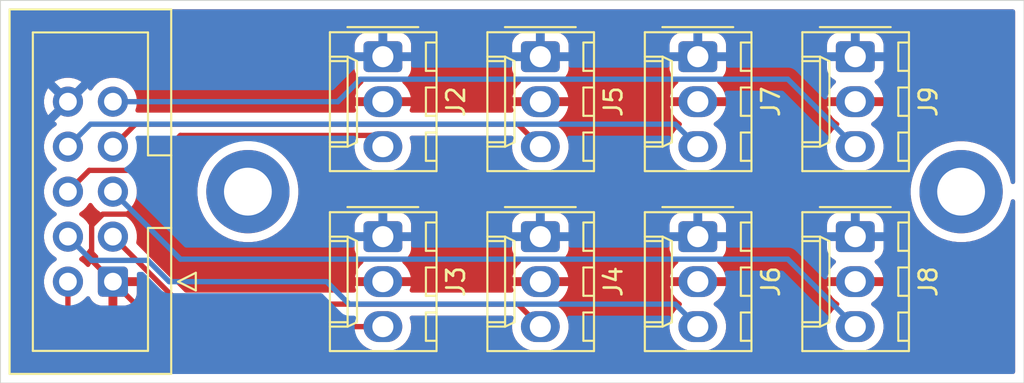
<source format=kicad_pcb>
(kicad_pcb (version 20241229) (generator "pcbnew") (generator_version "9.0")
  (layers (0 "F.Cu" signal) (2 "B.Cu" signal) (13 "F.Paste" user) (15 "B.Paste" user) (5 "F.SilkS" user "F.Silkscreen") (7 "B.SilkS" user "B.Silkscreen") (1 "F.Mask" user) (3 "B.Mask" user) (25 "Edge.Cuts" user))
  (net 0 "")
  (net 3 "/PIN_8")
  (net 4 "/PIN_2")
  (net 5 "/PIN_4")
  (net 6 "/PIN_6")
  (net 7 "/PIN_3")
  (net 8 "/PIN_7")
  (net 9 "/PIN_5")
  (net 10 "/POWER")
  (net 11 "/GND")
  (net 12 "/PIN_1")
  (footprint "MountingHole:MountingHole_2.7mm_M2.5_DIN965_Pad" (layer "F.Cu") (at 102.235 88.9)
    (property "Reference" "H3" (hide yes))
    (property "Value" "MountingHole_Pad" (hide yes))
    (pad "1" thru_hole circle (at 0 0) (size 4.7 4.7) (drill 2.7) (layers "*.Cu" "*.Mask"))
  )
  (footprint "Connector_Molex:Molex_KK-254_AE-6410-03A_1x03_P2.54mm_Vertical" (layer "F.Cu") (at 109.855 91.44 -90)
    (property "Reference" "J3" (at 2.54 -4.12 270) (layer "F.SilkS"))
    (property "Value" "1")
    (fp_line (start -1.38 2.99) (end 6.46 2.99) (stroke (width 0.12)) (layer "F.SilkS"))
    (fp_line (start 0 2.99) (end 0 1.99) (stroke (width 0.12)) (layer "F.SilkS"))
    (fp_line (start 0.25 2.99) (end 0.25 1.99) (stroke (width 0.12)) (layer "F.SilkS"))
    (fp_line (start 4.83 2.99) (end 4.83 1.99) (stroke (width 0.12)) (layer "F.SilkS"))
    (fp_line (start 6.46 2.99) (end 6.46 -3.03) (stroke (width 0.12)) (layer "F.SilkS"))
    (fp_line (start 0 1.99) (end 5.08 1.99) (stroke (width 0.12)) (layer "F.SilkS"))
    (fp_line (start 0 1.99) (end 0.25 1.46) (stroke (width 0.12)) (layer "F.SilkS"))
    (fp_line (start 5.08 1.99) (end 5.08 2.99) (stroke (width 0.12)) (layer "F.SilkS"))
    (fp_line (start 0.25 1.46) (end 4.83 1.46) (stroke (width 0.12)) (layer "F.SilkS"))
    (fp_line (start 4.83 1.46) (end 5.08 1.99) (stroke (width 0.12)) (layer "F.SilkS"))
    (fp_line (start -1.67 -2) (end -1.67 2) (stroke (width 0.12)) (layer "F.SilkS"))
    (fp_line (start -0.8 -2.43) (end 0.8 -2.43) (stroke (width 0.12)) (layer "F.SilkS"))
    (fp_line (start 0.8 -2.43) (end 0.8 -3.03) (stroke (width 0.12)) (layer "F.SilkS"))
    (fp_line (start 1.74 -2.43) (end 3.34 -2.43) (stroke (width 0.12)) (layer "F.SilkS"))
    (fp_line (start 3.34 -2.43) (end 3.34 -3.03) (stroke (width 0.12)) (layer "F.SilkS"))
    (fp_line (start 4.28 -2.43) (end 5.88 -2.43) (stroke (width 0.12)) (layer "F.SilkS"))
    (fp_line (start 5.88 -2.43) (end 5.88 -3.03) (stroke (width 0.12)) (layer "F.SilkS"))
    (fp_line (start -1.38 -3.03) (end -1.38 2.99) (stroke (width 0.12)) (layer "F.SilkS"))
    (fp_line (start -0.8 -3.03) (end -0.8 -2.43) (stroke (width 0.12)) (layer "F.SilkS"))
    (fp_line (start 1.74 -3.03) (end 1.74 -2.43) (stroke (width 0.12)) (layer "F.SilkS"))
    (fp_line (start 4.28 -3.03) (end 4.28 -2.43) (stroke (width 0.12)) (layer "F.SilkS"))
    (fp_line (start 6.46 -3.03) (end -1.38 -3.03) (stroke (width 0.12)) (layer "F.SilkS"))
    (pad "1" thru_hole roundrect (at 0 0 270) (size 1.74 2.19) (drill 1.19) (layers "*.Cu" "*.Mask") (roundrect_rratio 0.143678) (net 10 "/POWER"))
    (pad "2" thru_hole oval (at 2.54 0 270) (size 1.74 2.19) (drill 1.19) (layers "*.Cu" "*.Mask") (net 11 "/GND"))
    (pad "3" thru_hole oval (at 5.08 0 270) (size 1.74 2.19) (drill 1.19) (layers "*.Cu" "*.Mask") (net 12 "/PIN_1"))
  )
  (footprint "Connector_Molex:Molex_KK-254_AE-6410-03A_1x03_P2.54mm_Vertical" (layer "F.Cu") (at 118.745 91.44 -90)
    (property "Reference" "J4" (at 2.54 -4.12 270) (layer "F.SilkS"))
    (property "Value" "2")
    (fp_line (start -1.38 2.99) (end 6.46 2.99) (stroke (width 0.12)) (layer "F.SilkS"))
    (fp_line (start 0 2.99) (end 0 1.99) (stroke (width 0.12)) (layer "F.SilkS"))
    (fp_line (start 0.25 2.99) (end 0.25 1.99) (stroke (width 0.12)) (layer "F.SilkS"))
    (fp_line (start 4.83 2.99) (end 4.83 1.99) (stroke (width 0.12)) (layer "F.SilkS"))
    (fp_line (start 6.46 2.99) (end 6.46 -3.03) (stroke (width 0.12)) (layer "F.SilkS"))
    (fp_line (start 0 1.99) (end 5.08 1.99) (stroke (width 0.12)) (layer "F.SilkS"))
    (fp_line (start 0 1.99) (end 0.25 1.46) (stroke (width 0.12)) (layer "F.SilkS"))
    (fp_line (start 5.08 1.99) (end 5.08 2.99) (stroke (width 0.12)) (layer "F.SilkS"))
    (fp_line (start 0.25 1.46) (end 4.83 1.46) (stroke (width 0.12)) (layer "F.SilkS"))
    (fp_line (start 4.83 1.46) (end 5.08 1.99) (stroke (width 0.12)) (layer "F.SilkS"))
    (fp_line (start -1.67 -2) (end -1.67 2) (stroke (width 0.12)) (layer "F.SilkS"))
    (fp_line (start -0.8 -2.43) (end 0.8 -2.43) (stroke (width 0.12)) (layer "F.SilkS"))
    (fp_line (start 0.8 -2.43) (end 0.8 -3.03) (stroke (width 0.12)) (layer "F.SilkS"))
    (fp_line (start 1.74 -2.43) (end 3.34 -2.43) (stroke (width 0.12)) (layer "F.SilkS"))
    (fp_line (start 3.34 -2.43) (end 3.34 -3.03) (stroke (width 0.12)) (layer "F.SilkS"))
    (fp_line (start 4.28 -2.43) (end 5.88 -2.43) (stroke (width 0.12)) (layer "F.SilkS"))
    (fp_line (start 5.88 -2.43) (end 5.88 -3.03) (stroke (width 0.12)) (layer "F.SilkS"))
    (fp_line (start -1.38 -3.03) (end -1.38 2.99) (stroke (width 0.12)) (layer "F.SilkS"))
    (fp_line (start -0.8 -3.03) (end -0.8 -2.43) (stroke (width 0.12)) (layer "F.SilkS"))
    (fp_line (start 1.74 -3.03) (end 1.74 -2.43) (stroke (width 0.12)) (layer "F.SilkS"))
    (fp_line (start 4.28 -3.03) (end 4.28 -2.43) (stroke (width 0.12)) (layer "F.SilkS"))
    (fp_line (start 6.46 -3.03) (end -1.38 -3.03) (stroke (width 0.12)) (layer "F.SilkS"))
    (pad "1" thru_hole roundrect (at 0 0 270) (size 1.74 2.19) (drill 1.19) (layers "*.Cu" "*.Mask") (roundrect_rratio 0.143678) (net 10 "/POWER"))
    (pad "2" thru_hole oval (at 2.54 0 270) (size 1.74 2.19) (drill 1.19) (layers "*.Cu" "*.Mask") (net 11 "/GND"))
    (pad "3" thru_hole oval (at 5.08 0 270) (size 1.74 2.19) (drill 1.19) (layers "*.Cu" "*.Mask") (net 4 "/PIN_2"))
  )
  (footprint "Connector_Molex:Molex_KK-254_AE-6410-03A_1x03_P2.54mm_Vertical" (layer "F.Cu") (at 136.525 81.28 -90)
    (property "Reference" "J9" (at 2.54 -4.12 270) (layer "F.SilkS"))
    (property "Value" "8")
    (fp_line (start -1.38 2.99) (end 6.46 2.99) (stroke (width 0.12)) (layer "F.SilkS"))
    (fp_line (start 0 2.99) (end 0 1.99) (stroke (width 0.12)) (layer "F.SilkS"))
    (fp_line (start 0.25 2.99) (end 0.25 1.99) (stroke (width 0.12)) (layer "F.SilkS"))
    (fp_line (start 4.83 2.99) (end 4.83 1.99) (stroke (width 0.12)) (layer "F.SilkS"))
    (fp_line (start 6.46 2.99) (end 6.46 -3.03) (stroke (width 0.12)) (layer "F.SilkS"))
    (fp_line (start 0 1.99) (end 5.08 1.99) (stroke (width 0.12)) (layer "F.SilkS"))
    (fp_line (start 0 1.99) (end 0.25 1.46) (stroke (width 0.12)) (layer "F.SilkS"))
    (fp_line (start 5.08 1.99) (end 5.08 2.99) (stroke (width 0.12)) (layer "F.SilkS"))
    (fp_line (start 0.25 1.46) (end 4.83 1.46) (stroke (width 0.12)) (layer "F.SilkS"))
    (fp_line (start 4.83 1.46) (end 5.08 1.99) (stroke (width 0.12)) (layer "F.SilkS"))
    (fp_line (start -1.67 -2) (end -1.67 2) (stroke (width 0.12)) (layer "F.SilkS"))
    (fp_line (start -0.8 -2.43) (end 0.8 -2.43) (stroke (width 0.12)) (layer "F.SilkS"))
    (fp_line (start 0.8 -2.43) (end 0.8 -3.03) (stroke (width 0.12)) (layer "F.SilkS"))
    (fp_line (start 1.74 -2.43) (end 3.34 -2.43) (stroke (width 0.12)) (layer "F.SilkS"))
    (fp_line (start 3.34 -2.43) (end 3.34 -3.03) (stroke (width 0.12)) (layer "F.SilkS"))
    (fp_line (start 4.28 -2.43) (end 5.88 -2.43) (stroke (width 0.12)) (layer "F.SilkS"))
    (fp_line (start 5.88 -2.43) (end 5.88 -3.03) (stroke (width 0.12)) (layer "F.SilkS"))
    (fp_line (start -1.38 -3.03) (end -1.38 2.99) (stroke (width 0.12)) (layer "F.SilkS"))
    (fp_line (start -0.8 -3.03) (end -0.8 -2.43) (stroke (width 0.12)) (layer "F.SilkS"))
    (fp_line (start 1.74 -3.03) (end 1.74 -2.43) (stroke (width 0.12)) (layer "F.SilkS"))
    (fp_line (start 4.28 -3.03) (end 4.28 -2.43) (stroke (width 0.12)) (layer "F.SilkS"))
    (fp_line (start 6.46 -3.03) (end -1.38 -3.03) (stroke (width 0.12)) (layer "F.SilkS"))
    (pad "1" thru_hole roundrect (at 0 0 270) (size 1.74 2.19) (drill 1.19) (layers "*.Cu" "*.Mask") (roundrect_rratio 0.143678) (net 10 "/POWER"))
    (pad "2" thru_hole oval (at 2.54 0 270) (size 1.74 2.19) (drill 1.19) (layers "*.Cu" "*.Mask") (net 11 "/GND"))
    (pad "3" thru_hole oval (at 5.08 0 270) (size 1.74 2.19) (drill 1.19) (layers "*.Cu" "*.Mask") (net 3 "/PIN_8"))
  )
  (footprint "Connector_Molex:Molex_KK-254_AE-6410-03A_1x03_P2.54mm_Vertical" (layer "F.Cu") (at 109.855 81.28 -90)
    (property "Reference" "J2" (at 2.54 -4.12 270) (layer "F.SilkS"))
    (property "Value" "5")
    (fp_line (start -1.38 2.99) (end 6.46 2.99) (stroke (width 0.12)) (layer "F.SilkS"))
    (fp_line (start 0 2.99) (end 0 1.99) (stroke (width 0.12)) (layer "F.SilkS"))
    (fp_line (start 0.25 2.99) (end 0.25 1.99) (stroke (width 0.12)) (layer "F.SilkS"))
    (fp_line (start 4.83 2.99) (end 4.83 1.99) (stroke (width 0.12)) (layer "F.SilkS"))
    (fp_line (start 6.46 2.99) (end 6.46 -3.03) (stroke (width 0.12)) (layer "F.SilkS"))
    (fp_line (start 0 1.99) (end 5.08 1.99) (stroke (width 0.12)) (layer "F.SilkS"))
    (fp_line (start 0 1.99) (end 0.25 1.46) (stroke (width 0.12)) (layer "F.SilkS"))
    (fp_line (start 5.08 1.99) (end 5.08 2.99) (stroke (width 0.12)) (layer "F.SilkS"))
    (fp_line (start 0.25 1.46) (end 4.83 1.46) (stroke (width 0.12)) (layer "F.SilkS"))
    (fp_line (start 4.83 1.46) (end 5.08 1.99) (stroke (width 0.12)) (layer "F.SilkS"))
    (fp_line (start -1.67 -2) (end -1.67 2) (stroke (width 0.12)) (layer "F.SilkS"))
    (fp_line (start -0.8 -2.43) (end 0.8 -2.43) (stroke (width 0.12)) (layer "F.SilkS"))
    (fp_line (start 0.8 -2.43) (end 0.8 -3.03) (stroke (width 0.12)) (layer "F.SilkS"))
    (fp_line (start 1.74 -2.43) (end 3.34 -2.43) (stroke (width 0.12)) (layer "F.SilkS"))
    (fp_line (start 3.34 -2.43) (end 3.34 -3.03) (stroke (width 0.12)) (layer "F.SilkS"))
    (fp_line (start 4.28 -2.43) (end 5.88 -2.43) (stroke (width 0.12)) (layer "F.SilkS"))
    (fp_line (start 5.88 -2.43) (end 5.88 -3.03) (stroke (width 0.12)) (layer "F.SilkS"))
    (fp_line (start -1.38 -3.03) (end -1.38 2.99) (stroke (width 0.12)) (layer "F.SilkS"))
    (fp_line (start -0.8 -3.03) (end -0.8 -2.43) (stroke (width 0.12)) (layer "F.SilkS"))
    (fp_line (start 1.74 -3.03) (end 1.74 -2.43) (stroke (width 0.12)) (layer "F.SilkS"))
    (fp_line (start 4.28 -3.03) (end 4.28 -2.43) (stroke (width 0.12)) (layer "F.SilkS"))
    (fp_line (start 6.46 -3.03) (end -1.38 -3.03) (stroke (width 0.12)) (layer "F.SilkS"))
    (pad "1" thru_hole roundrect (at 0 0 270) (size 1.74 2.19) (drill 1.19) (layers "*.Cu" "*.Mask") (roundrect_rratio 0.143678) (net 10 "/POWER"))
    (pad "2" thru_hole oval (at 2.54 0 270) (size 1.74 2.19) (drill 1.19) (layers "*.Cu" "*.Mask") (net 11 "/GND"))
    (pad "3" thru_hole oval (at 5.08 0 270) (size 1.74 2.19) (drill 1.19) (layers "*.Cu" "*.Mask") (net 9 "/PIN_5"))
  )
  (footprint "Connector_Molex:Molex_KK-254_AE-6410-03A_1x03_P2.54mm_Vertical" (layer "F.Cu") (at 127.635 81.28 -90)
    (property "Reference" "J7" (at 2.54 -4.12 270) (layer "F.SilkS"))
    (property "Value" "7")
    (fp_line (start -1.38 2.99) (end 6.46 2.99) (stroke (width 0.12)) (layer "F.SilkS"))
    (fp_line (start 0 2.99) (end 0 1.99) (stroke (width 0.12)) (layer "F.SilkS"))
    (fp_line (start 0.25 2.99) (end 0.25 1.99) (stroke (width 0.12)) (layer "F.SilkS"))
    (fp_line (start 4.83 2.99) (end 4.83 1.99) (stroke (width 0.12)) (layer "F.SilkS"))
    (fp_line (start 6.46 2.99) (end 6.46 -3.03) (stroke (width 0.12)) (layer "F.SilkS"))
    (fp_line (start 0 1.99) (end 5.08 1.99) (stroke (width 0.12)) (layer "F.SilkS"))
    (fp_line (start 0 1.99) (end 0.25 1.46) (stroke (width 0.12)) (layer "F.SilkS"))
    (fp_line (start 5.08 1.99) (end 5.08 2.99) (stroke (width 0.12)) (layer "F.SilkS"))
    (fp_line (start 0.25 1.46) (end 4.83 1.46) (stroke (width 0.12)) (layer "F.SilkS"))
    (fp_line (start 4.83 1.46) (end 5.08 1.99) (stroke (width 0.12)) (layer "F.SilkS"))
    (fp_line (start -1.67 -2) (end -1.67 2) (stroke (width 0.12)) (layer "F.SilkS"))
    (fp_line (start -0.8 -2.43) (end 0.8 -2.43) (stroke (width 0.12)) (layer "F.SilkS"))
    (fp_line (start 0.8 -2.43) (end 0.8 -3.03) (stroke (width 0.12)) (layer "F.SilkS"))
    (fp_line (start 1.74 -2.43) (end 3.34 -2.43) (stroke (width 0.12)) (layer "F.SilkS"))
    (fp_line (start 3.34 -2.43) (end 3.34 -3.03) (stroke (width 0.12)) (layer "F.SilkS"))
    (fp_line (start 4.28 -2.43) (end 5.88 -2.43) (stroke (width 0.12)) (layer "F.SilkS"))
    (fp_line (start 5.88 -2.43) (end 5.88 -3.03) (stroke (width 0.12)) (layer "F.SilkS"))
    (fp_line (start -1.38 -3.03) (end -1.38 2.99) (stroke (width 0.12)) (layer "F.SilkS"))
    (fp_line (start -0.8 -3.03) (end -0.8 -2.43) (stroke (width 0.12)) (layer "F.SilkS"))
    (fp_line (start 1.74 -3.03) (end 1.74 -2.43) (stroke (width 0.12)) (layer "F.SilkS"))
    (fp_line (start 4.28 -3.03) (end 4.28 -2.43) (stroke (width 0.12)) (layer "F.SilkS"))
    (fp_line (start 6.46 -3.03) (end -1.38 -3.03) (stroke (width 0.12)) (layer "F.SilkS"))
    (pad "1" thru_hole roundrect (at 0 0 270) (size 1.74 2.19) (drill 1.19) (layers "*.Cu" "*.Mask") (roundrect_rratio 0.143678) (net 10 "/POWER"))
    (pad "2" thru_hole oval (at 2.54 0 270) (size 1.74 2.19) (drill 1.19) (layers "*.Cu" "*.Mask") (net 11 "/GND"))
    (pad "3" thru_hole oval (at 5.08 0 270) (size 1.74 2.19) (drill 1.19) (layers "*.Cu" "*.Mask") (net 8 "/PIN_7"))
  )
  (footprint "Connector_Molex:Molex_KK-254_AE-6410-03A_1x03_P2.54mm_Vertical" (layer "F.Cu") (at 118.745 81.28 -90)
    (property "Reference" "J5" (at 2.54 -4.12 270) (layer "F.SilkS"))
    (property "Value" "6")
    (fp_line (start -1.38 2.99) (end 6.46 2.99) (stroke (width 0.12)) (layer "F.SilkS"))
    (fp_line (start 0 2.99) (end 0 1.99) (stroke (width 0.12)) (layer "F.SilkS"))
    (fp_line (start 0.25 2.99) (end 0.25 1.99) (stroke (width 0.12)) (layer "F.SilkS"))
    (fp_line (start 4.83 2.99) (end 4.83 1.99) (stroke (width 0.12)) (layer "F.SilkS"))
    (fp_line (start 6.46 2.99) (end 6.46 -3.03) (stroke (width 0.12)) (layer "F.SilkS"))
    (fp_line (start 0 1.99) (end 5.08 1.99) (stroke (width 0.12)) (layer "F.SilkS"))
    (fp_line (start 0 1.99) (end 0.25 1.46) (stroke (width 0.12)) (layer "F.SilkS"))
    (fp_line (start 5.08 1.99) (end 5.08 2.99) (stroke (width 0.12)) (layer "F.SilkS"))
    (fp_line (start 0.25 1.46) (end 4.83 1.46) (stroke (width 0.12)) (layer "F.SilkS"))
    (fp_line (start 4.83 1.46) (end 5.08 1.99) (stroke (width 0.12)) (layer "F.SilkS"))
    (fp_line (start -1.67 -2) (end -1.67 2) (stroke (width 0.12)) (layer "F.SilkS"))
    (fp_line (start -0.8 -2.43) (end 0.8 -2.43) (stroke (width 0.12)) (layer "F.SilkS"))
    (fp_line (start 0.8 -2.43) (end 0.8 -3.03) (stroke (width 0.12)) (layer "F.SilkS"))
    (fp_line (start 1.74 -2.43) (end 3.34 -2.43) (stroke (width 0.12)) (layer "F.SilkS"))
    (fp_line (start 3.34 -2.43) (end 3.34 -3.03) (stroke (width 0.12)) (layer "F.SilkS"))
    (fp_line (start 4.28 -2.43) (end 5.88 -2.43) (stroke (width 0.12)) (layer "F.SilkS"))
    (fp_line (start 5.88 -2.43) (end 5.88 -3.03) (stroke (width 0.12)) (layer "F.SilkS"))
    (fp_line (start -1.38 -3.03) (end -1.38 2.99) (stroke (width 0.12)) (layer "F.SilkS"))
    (fp_line (start -0.8 -3.03) (end -0.8 -2.43) (stroke (width 0.12)) (layer "F.SilkS"))
    (fp_line (start 1.74 -3.03) (end 1.74 -2.43) (stroke (width 0.12)) (layer "F.SilkS"))
    (fp_line (start 4.28 -3.03) (end 4.28 -2.43) (stroke (width 0.12)) (layer "F.SilkS"))
    (fp_line (start 6.46 -3.03) (end -1.38 -3.03) (stroke (width 0.12)) (layer "F.SilkS"))
    (pad "1" thru_hole roundrect (at 0 0 270) (size 1.74 2.19) (drill 1.19) (layers "*.Cu" "*.Mask") (roundrect_rratio 0.143678) (net 10 "/POWER"))
    (pad "2" thru_hole oval (at 2.54 0 270) (size 1.74 2.19) (drill 1.19) (layers "*.Cu" "*.Mask") (net 11 "/GND"))
    (pad "3" thru_hole oval (at 5.08 0 270) (size 1.74 2.19) (drill 1.19) (layers "*.Cu" "*.Mask") (net 6 "/PIN_6"))
  )
  (footprint "Connector_IDC:IDC-Header_2x05_P2.54mm_Vertical" (layer "F.Cu") (at 94.615 93.98 180)
    (property "Reference" "J1" (hide yes))
    (property "Value" "Conn_02x05_Odd_Even" (hide yes))
    (fp_line (start 5.83 15.37) (end -3.29 15.37) (stroke (width 0.12)) (layer "F.SilkS"))
    (fp_line (start 5.83 -5.21) (end 5.83 15.37) (stroke (width 0.12)) (layer "F.SilkS"))
    (fp_line (start 4.52 14.07) (end -1.98 14.07) (stroke (width 0.12)) (layer "F.SilkS"))
    (fp_line (start 4.52 -3.91) (end 4.52 14.07) (stroke (width 0.12)) (layer "F.SilkS"))
    (fp_line (start -1.98 14.07) (end -1.98 7.13) (stroke (width 0.12)) (layer "F.SilkS"))
    (fp_line (start -1.98 7.13) (end -1.98 7.13) (stroke (width 0.12)) (layer "F.SilkS"))
    (fp_line (start -1.98 7.13) (end -3.29 7.13) (stroke (width 0.12)) (layer "F.SilkS"))
    (fp_line (start -1.98 3.03) (end -1.98 -3.91) (stroke (width 0.12)) (layer "F.SilkS"))
    (fp_line (start -1.98 -3.91) (end 4.52 -3.91) (stroke (width 0.12)) (layer "F.SilkS"))
    (fp_line (start -3.29 15.37) (end -3.29 -5.21) (stroke (width 0.12)) (layer "F.SilkS"))
    (fp_line (start -3.29 3.03) (end -1.98 3.03) (stroke (width 0.12)) (layer "F.SilkS"))
    (fp_line (start -3.29 -5.21) (end 5.83 -5.21) (stroke (width 0.12)) (layer "F.SilkS"))
    (fp_line (start -3.68 0) (end -4.68 -0.5) (stroke (width 0.12)) (layer "F.SilkS"))
    (fp_line (start -4.68 0.5) (end -3.68 0) (stroke (width 0.12)) (layer "F.SilkS"))
    (fp_line (start -4.68 -0.5) (end -4.68 0.5) (stroke (width 0.12)) (layer "F.SilkS"))
    (pad "1" thru_hole roundrect (at 0 0 180) (size 1.7 1.7) (drill 1) (layers "*.Cu" "*.Mask") (roundrect_rratio 0.147059) (net 11 "/GND"))
    (pad "2" thru_hole circle (at 2.54 0 180) (size 1.7 1.7) (drill 1) (layers "*.Cu" "*.Mask") (net 12 "/PIN_1"))
    (pad "3" thru_hole circle (at 0 2.54 180) (size 1.7 1.7) (drill 1) (layers "*.Cu" "*.Mask") (net 4 "/PIN_2"))
    (pad "4" thru_hole circle (at 2.54 2.54 180) (size 1.7 1.7) (drill 1) (layers "*.Cu" "*.Mask") (net 7 "/PIN_3"))
    (pad "5" thru_hole circle (at 0 5.08 180) (size 1.7 1.7) (drill 1) (layers "*.Cu" "*.Mask") (net 5 "/PIN_4"))
    (pad "6" thru_hole circle (at 2.54 5.08 180) (size 1.7 1.7) (drill 1) (layers "*.Cu" "*.Mask") (net 9 "/PIN_5"))
    (pad "7" thru_hole circle (at 0 7.62 180) (size 1.7 1.7) (drill 1) (layers "*.Cu" "*.Mask") (net 6 "/PIN_6"))
    (pad "8" thru_hole circle (at 2.54 7.62 180) (size 1.7 1.7) (drill 1) (layers "*.Cu" "*.Mask") (net 8 "/PIN_7"))
    (pad "9" thru_hole circle (at 0 10.16 180) (size 1.7 1.7) (drill 1) (layers "*.Cu" "*.Mask") (net 3 "/PIN_8"))
    (pad "10" thru_hole circle (at 2.54 10.16 180) (size 1.7 1.7) (drill 1) (layers "*.Cu" "*.Mask") (net 10 "/POWER"))
  )
  (footprint "MountingHole:MountingHole_2.7mm_M2.5_DIN965_Pad" (layer "F.Cu") (at 142.5 88.9)
    (property "Reference" "H1" (hide yes))
    (property "Value" "MountingHole_Pad" (hide yes))
    (pad "1" thru_hole circle (at 0 0) (size 4.7 4.7) (drill 2.7) (layers "*.Cu" "*.Mask"))
  )
  (footprint "Connector_Molex:Molex_KK-254_AE-6410-03A_1x03_P2.54mm_Vertical" (layer "F.Cu") (at 136.525 91.44 -90)
    (property "Reference" "J8" (at 2.54 -4.12 270) (layer "F.SilkS"))
    (property "Value" "4")
    (fp_line (start -1.38 2.99) (end 6.46 2.99) (stroke (width 0.12)) (layer "F.SilkS"))
    (fp_line (start 0 2.99) (end 0 1.99) (stroke (width 0.12)) (layer "F.SilkS"))
    (fp_line (start 0.25 2.99) (end 0.25 1.99) (stroke (width 0.12)) (layer "F.SilkS"))
    (fp_line (start 4.83 2.99) (end 4.83 1.99) (stroke (width 0.12)) (layer "F.SilkS"))
    (fp_line (start 6.46 2.99) (end 6.46 -3.03) (stroke (width 0.12)) (layer "F.SilkS"))
    (fp_line (start 0 1.99) (end 5.08 1.99) (stroke (width 0.12)) (layer "F.SilkS"))
    (fp_line (start 0 1.99) (end 0.25 1.46) (stroke (width 0.12)) (layer "F.SilkS"))
    (fp_line (start 5.08 1.99) (end 5.08 2.99) (stroke (width 0.12)) (layer "F.SilkS"))
    (fp_line (start 0.25 1.46) (end 4.83 1.46) (stroke (width 0.12)) (layer "F.SilkS"))
    (fp_line (start 4.83 1.46) (end 5.08 1.99) (stroke (width 0.12)) (layer "F.SilkS"))
    (fp_line (start -1.67 -2) (end -1.67 2) (stroke (width 0.12)) (layer "F.SilkS"))
    (fp_line (start -0.8 -2.43) (end 0.8 -2.43) (stroke (width 0.12)) (layer "F.SilkS"))
    (fp_line (start 0.8 -2.43) (end 0.8 -3.03) (stroke (width 0.12)) (layer "F.SilkS"))
    (fp_line (start 1.74 -2.43) (end 3.34 -2.43) (stroke (width 0.12)) (layer "F.SilkS"))
    (fp_line (start 3.34 -2.43) (end 3.34 -3.03) (stroke (width 0.12)) (layer "F.SilkS"))
    (fp_line (start 4.28 -2.43) (end 5.88 -2.43) (stroke (width 0.12)) (layer "F.SilkS"))
    (fp_line (start 5.88 -2.43) (end 5.88 -3.03) (stroke (width 0.12)) (layer "F.SilkS"))
    (fp_line (start -1.38 -3.03) (end -1.38 2.99) (stroke (width 0.12)) (layer "F.SilkS"))
    (fp_line (start -0.8 -3.03) (end -0.8 -2.43) (stroke (width 0.12)) (layer "F.SilkS"))
    (fp_line (start 1.74 -3.03) (end 1.74 -2.43) (stroke (width 0.12)) (layer "F.SilkS"))
    (fp_line (start 4.28 -3.03) (end 4.28 -2.43) (stroke (width 0.12)) (layer "F.SilkS"))
    (fp_line (start 6.46 -3.03) (end -1.38 -3.03) (stroke (width 0.12)) (layer "F.SilkS"))
    (pad "1" thru_hole roundrect (at 0 0 270) (size 1.74 2.19) (drill 1.19) (layers "*.Cu" "*.Mask") (roundrect_rratio 0.143678) (net 10 "/POWER"))
    (pad "2" thru_hole oval (at 2.54 0 270) (size 1.74 2.19) (drill 1.19) (layers "*.Cu" "*.Mask") (net 11 "/GND"))
    (pad "3" thru_hole oval (at 5.08 0 270) (size 1.74 2.19) (drill 1.19) (layers "*.Cu" "*.Mask") (net 5 "/PIN_4"))
  )
  (footprint "Connector_Molex:Molex_KK-254_AE-6410-03A_1x03_P2.54mm_Vertical" (layer "F.Cu") (at 127.635 91.44 -90)
    (property "Reference" "J6" (at 2.54 -4.12 270) (layer "F.SilkS"))
    (property "Value" "3")
    (fp_line (start -1.38 2.99) (end 6.46 2.99) (stroke (width 0.12)) (layer "F.SilkS"))
    (fp_line (start 0 2.99) (end 0 1.99) (stroke (width 0.12)) (layer "F.SilkS"))
    (fp_line (start 0.25 2.99) (end 0.25 1.99) (stroke (width 0.12)) (layer "F.SilkS"))
    (fp_line (start 4.83 2.99) (end 4.83 1.99) (stroke (width 0.12)) (layer "F.SilkS"))
    (fp_line (start 6.46 2.99) (end 6.46 -3.03) (stroke (width 0.12)) (layer "F.SilkS"))
    (fp_line (start 0 1.99) (end 5.08 1.99) (stroke (width 0.12)) (layer "F.SilkS"))
    (fp_line (start 0 1.99) (end 0.25 1.46) (stroke (width 0.12)) (layer "F.SilkS"))
    (fp_line (start 5.08 1.99) (end 5.08 2.99) (stroke (width 0.12)) (layer "F.SilkS"))
    (fp_line (start 0.25 1.46) (end 4.83 1.46) (stroke (width 0.12)) (layer "F.SilkS"))
    (fp_line (start 4.83 1.46) (end 5.08 1.99) (stroke (width 0.12)) (layer "F.SilkS"))
    (fp_line (start -1.67 -2) (end -1.67 2) (stroke (width 0.12)) (layer "F.SilkS"))
    (fp_line (start -0.8 -2.43) (end 0.8 -2.43) (stroke (width 0.12)) (layer "F.SilkS"))
    (fp_line (start 0.8 -2.43) (end 0.8 -3.03) (stroke (width 0.12)) (layer "F.SilkS"))
    (fp_line (start 1.74 -2.43) (end 3.34 -2.43) (stroke (width 0.12)) (layer "F.SilkS"))
    (fp_line (start 3.34 -2.43) (end 3.34 -3.03) (stroke (width 0.12)) (layer "F.SilkS"))
    (fp_line (start 4.28 -2.43) (end 5.88 -2.43) (stroke (width 0.12)) (layer "F.SilkS"))
    (fp_line (start 5.88 -2.43) (end 5.88 -3.03) (stroke (width 0.12)) (layer "F.SilkS"))
    (fp_line (start -1.38 -3.03) (end -1.38 2.99) (stroke (width 0.12)) (layer "F.SilkS"))
    (fp_line (start -0.8 -3.03) (end -0.8 -2.43) (stroke (width 0.12)) (layer "F.SilkS"))
    (fp_line (start 1.74 -3.03) (end 1.74 -2.43) (stroke (width 0.12)) (layer "F.SilkS"))
    (fp_line (start 4.28 -3.03) (end 4.28 -2.43) (stroke (width 0.12)) (layer "F.SilkS"))
    (fp_line (start 6.46 -3.03) (end -1.38 -3.03) (stroke (width 0.12)) (layer "F.SilkS"))
    (pad "1" thru_hole roundrect (at 0 0 270) (size 1.74 2.19) (drill 1.19) (layers "*.Cu" "*.Mask") (roundrect_rratio 0.143678) (net 10 "/POWER"))
    (pad "2" thru_hole oval (at 2.54 0 270) (size 1.74 2.19) (drill 1.19) (layers "*.Cu" "*.Mask") (net 11 "/GND"))
    (pad "3" thru_hole oval (at 5.08 0 270) (size 1.74 2.19) (drill 1.19) (layers "*.Cu" "*.Mask") (net 7 "/PIN_3"))
  )
  (gr_line (start 146.05 99.695) (end 146.05 78.105) (stroke (width 0.05)) (layer "Edge.Cuts"))
  (gr_line (start 88.265 99.695) (end 146.05 99.695) (stroke (width 0.05)) (layer "Edge.Cuts"))
  (gr_line (start 88.265 78.105) (end 88.265 99.695) (stroke (width 0.05)) (layer "Edge.Cuts"))
  (gr_line (start 88.265 78.105) (end 146.05 78.105) (stroke (width 0.05)) (layer "Edge.Cuts"))
  (segment (start 132.715 82.55) (end 136.525 86.36) (width 0.3) (layer "B.Cu") (net 3))
  (segment (start 108.585 82.55) (end 132.715 82.55) (width 0.3) (layer "B.Cu") (net 3))
  (segment (start 107.315 83.82) (end 108.585 82.55) (width 0.3) (layer "B.Cu") (net 3))
  (segment (start 94.615 83.82) (end 107.315 83.82) (width 0.3) (layer "B.Cu") (net 3))
  (segment (start 98.425 95.25) (end 117.475 95.25) (width 0.3) (layer "F.Cu") (net 4))
  (segment (start 94.615 91.44) (end 98.425 95.25) (width 0.3) (layer "F.Cu") (net 4))
  (segment (start 117.475 95.25) (end 118.745 96.52) (width 0.3) (layer "F.Cu") (net 4))
  (segment (start 132.715 92.71) (end 136.525 96.52) (width 0.3) (layer "B.Cu") (net 5))
  (segment (start 94.615 88.9) (end 98.425 92.71) (width 0.3) (layer "B.Cu") (net 5))
  (segment (start 98.425 92.71) (end 132.715 92.71) (width 0.3) (layer "B.Cu") (net 5))
  (segment (start 95.885 85.09) (end 117.475 85.09) (width 0.3) (layer "F.Cu") (net 6))
  (segment (start 94.615 86.36) (end 95.885 85.09) (width 0.3) (layer "F.Cu") (net 6))
  (segment (start 117.475 85.09) (end 118.745 86.36) (width 0.3) (layer "F.Cu") (net 6))
  (segment (start 93.414 92.779) (end 96.589 92.779) (width 0.3) (layer "B.Cu") (net 7))
  (segment (start 92.075 91.44) (end 93.414 92.779) (width 0.3) (layer "B.Cu") (net 7))
  (segment (start 96.589 92.779) (end 97.79 93.98) (width 0.3) (layer "B.Cu") (net 7))
  (segment (start 106.68 93.98) (end 107.95 95.25) (width 0.3) (layer "B.Cu") (net 7))
  (segment (start 97.79 93.98) (end 106.68 93.98) (width 0.3) (layer "B.Cu") (net 7))
  (segment (start 126.365 95.25) (end 127.635 96.52) (width 0.3) (layer "B.Cu") (net 7))
  (segment (start 107.95 95.25) (end 126.365 95.25) (width 0.3) (layer "B.Cu") (net 7))
  (segment (start 126.365 85.09) (end 127.635 86.36) (width 0.3) (layer "B.Cu") (net 8))
  (segment (start 93.345 85.09) (end 126.365 85.09) (width 0.3) (layer "B.Cu") (net 8))
  (segment (start 92.075 86.36) (end 93.345 85.09) (width 0.3) (layer "B.Cu") (net 8))
  (segment (start 93.276 87.699) (end 96.451 87.699) (width 0.3) (layer "F.Cu") (net 9))
  (segment (start 109.22 85.725) (end 109.855 86.36) (width 0.3) (layer "F.Cu") (net 9))
  (segment (start 98.425 85.725) (end 109.22 85.725) (width 0.3) (layer "F.Cu") (net 9))
  (segment (start 96.451 87.699) (end 98.425 85.725) (width 0.3) (layer "F.Cu") (net 9))
  (segment (start 92.075 88.9) (end 93.276 87.699) (width 0.3) (layer "F.Cu") (net 9))
  (segment (start 94.048529 90.17) (end 97.155 90.17) (width 0.3) (layer "F.Cu") (net 11))
  (segment (start 94.615 93.98) (end 95.885 95.25) (width 0.3) (layer "F.Cu") (net 11))
  (segment (start 94.615 93.98) (end 93.414 92.779) (width 0.3) (layer "F.Cu") (net 11))
  (segment (start 93.414 92.779) (end 93.414 90.804529) (width 0.3) (layer "F.Cu") (net 11))
  (segment (start 93.414 90.804529) (end 94.048529 90.17) (width 0.3) (layer "F.Cu") (net 11))
  (segment (start 92.075 95.885) (end 92.71 96.52) (width 0.3) (layer "F.Cu") (net 12))
  (segment (start 92.075 93.98) (end 92.075 95.885) (width 0.3) (layer "F.Cu") (net 12))
  (segment (start 92.71 96.52) (end 109.855 96.52) (width 0.3) (layer "F.Cu") (net 12))
  (zone (net 11) (net_name "/GND") (layer "F.Cu") (connect_pads (clearance 0.5)) (min_thickness 0.25) (fill yes (thermal_gap 0.5) (thermal_bridge_width 0.5) (island_removal_mode 2) (island_area_min 10))
    (polygon (pts (xy 88.265 78.105) (xy 146.05 78.105) (xy 146.05 99.695) (xy 88.265 99.695)))
  )
  (zone (net 10) (net_name "/POWER") (layer "B.Cu") (priority 1) (connect_pads (clearance 0.5)) (min_thickness 0.25) (fill yes (thermal_gap 0.5) (thermal_bridge_width 0.5) (island_removal_mode 2) (island_area_min 10))
    (polygon (pts (xy 88.265 78.105) (xy 146.05 78.105) (xy 146.05 99.695) (xy 88.265 99.695)))
  )
)
</source>
